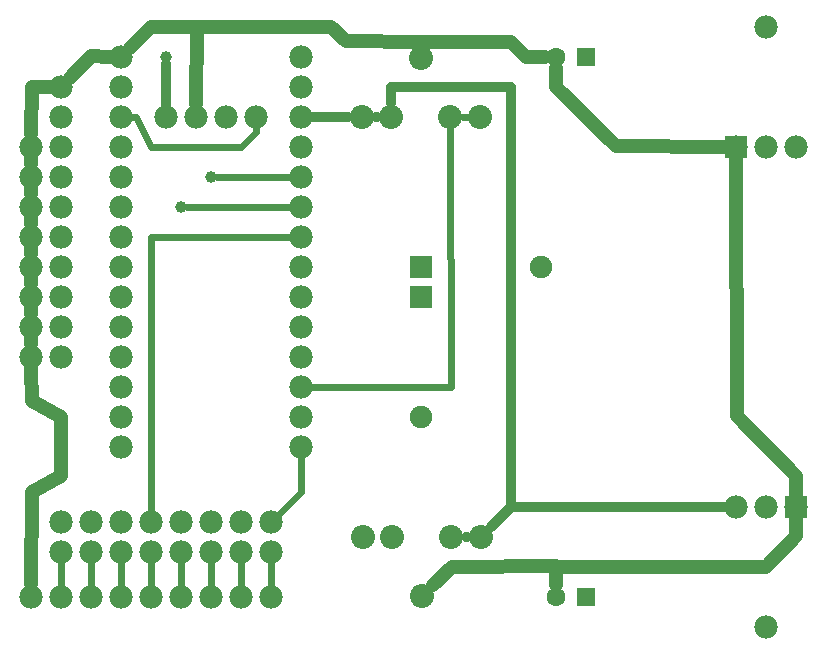
<source format=gbl>
G04 MADE WITH FRITZING*
G04 WWW.FRITZING.ORG*
G04 DOUBLE SIDED*
G04 HOLES PLATED*
G04 CONTOUR ON CENTER OF CONTOUR VECTOR*
%ASAXBY*%
%FSLAX23Y23*%
%MOIN*%
%OFA0B0*%
%SFA1.0B1.0*%
%ADD10C,0.078000*%
%ADD11C,0.080350*%
%ADD12C,0.062992*%
%ADD13C,0.075000*%
%ADD14C,0.039370*%
%ADD15R,0.078000X0.078000*%
%ADD16R,0.062992X0.062992*%
%ADD17R,0.075000X0.075000*%
%ADD18C,0.024000*%
%ADD19C,0.048000*%
%ADD20C,0.032000*%
%ADD21R,0.001000X0.001000*%
%LNCOPPER0*%
G90*
G70*
G54D10*
X1007Y1968D03*
X1007Y1868D03*
X1007Y1768D03*
X1007Y1668D03*
X1007Y1568D03*
X1007Y1468D03*
X1007Y1368D03*
X1007Y1268D03*
X1007Y1168D03*
X1007Y1068D03*
X1007Y968D03*
X1007Y868D03*
X1007Y768D03*
X1007Y668D03*
X407Y1968D03*
X407Y1868D03*
X407Y1768D03*
X407Y1668D03*
X407Y1568D03*
X407Y1468D03*
X407Y1368D03*
X407Y1268D03*
X407Y1168D03*
X407Y1068D03*
X407Y968D03*
X407Y868D03*
X407Y768D03*
X407Y668D03*
X108Y1668D03*
X108Y1568D03*
X108Y1468D03*
X108Y1368D03*
X108Y1268D03*
X108Y1168D03*
X108Y1068D03*
X108Y968D03*
X108Y1668D03*
X108Y1568D03*
X108Y1468D03*
X108Y1368D03*
X108Y1268D03*
X108Y1168D03*
X108Y1068D03*
X108Y968D03*
X208Y968D03*
X208Y1068D03*
X208Y1168D03*
X208Y1268D03*
X208Y1368D03*
X208Y1468D03*
X208Y1568D03*
X208Y1668D03*
X208Y318D03*
X308Y318D03*
X408Y318D03*
X508Y318D03*
X608Y318D03*
X708Y318D03*
X808Y318D03*
X908Y318D03*
X208Y318D03*
X308Y318D03*
X408Y318D03*
X508Y318D03*
X608Y318D03*
X708Y318D03*
X808Y318D03*
X908Y318D03*
X908Y418D03*
X808Y418D03*
X708Y418D03*
X608Y418D03*
X508Y418D03*
X408Y418D03*
X308Y418D03*
X208Y418D03*
X108Y168D03*
X208Y168D03*
X308Y168D03*
X408Y168D03*
X508Y168D03*
X608Y168D03*
X708Y168D03*
X808Y168D03*
X908Y168D03*
G54D11*
X1409Y171D03*
X1213Y368D03*
X1311Y368D03*
X1508Y368D03*
X1606Y368D03*
X1406Y1964D03*
X1603Y1768D03*
X1504Y1768D03*
X1307Y1768D03*
X1209Y1768D03*
G54D10*
X2658Y468D03*
X2558Y468D03*
X2458Y468D03*
X2458Y1668D03*
X2558Y1668D03*
X2658Y1668D03*
G54D12*
X1956Y168D03*
X1858Y168D03*
X1956Y1968D03*
X1858Y1968D03*
G54D13*
X1407Y1168D03*
X1407Y768D03*
X1407Y1268D03*
X1807Y1268D03*
G54D14*
X707Y1568D03*
X607Y1468D03*
G54D10*
X2558Y68D03*
X2558Y2068D03*
X557Y1768D03*
X657Y1768D03*
X757Y1768D03*
X857Y1768D03*
G54D14*
X557Y1968D03*
G54D10*
X208Y1768D03*
X208Y1868D03*
G54D15*
X2658Y468D03*
X2458Y1668D03*
G54D16*
X1956Y168D03*
X1956Y1968D03*
G54D17*
X1407Y1168D03*
X1407Y1268D03*
G54D18*
X726Y1568D02*
X977Y1568D01*
D02*
X626Y1468D02*
X977Y1468D01*
G54D19*
D02*
X108Y1627D02*
X108Y1609D01*
D02*
X108Y1527D02*
X108Y1509D01*
D02*
X108Y1427D02*
X108Y1409D01*
D02*
X108Y1327D02*
X108Y1309D01*
D02*
X108Y1227D02*
X108Y1209D01*
D02*
X108Y1127D02*
X108Y1109D01*
D02*
X108Y1027D02*
X108Y1009D01*
D02*
X208Y569D02*
X109Y517D01*
D02*
X109Y517D02*
X108Y209D01*
D02*
X109Y819D02*
X208Y767D01*
D02*
X208Y767D02*
X208Y569D01*
D02*
X108Y927D02*
X109Y819D01*
G54D18*
D02*
X208Y198D02*
X208Y288D01*
D02*
X308Y198D02*
X308Y288D01*
D02*
X408Y198D02*
X408Y288D01*
D02*
X508Y198D02*
X508Y288D01*
D02*
X608Y198D02*
X608Y288D01*
D02*
X708Y198D02*
X708Y288D01*
D02*
X808Y198D02*
X808Y288D01*
G54D19*
D02*
X1407Y2018D02*
X1407Y2017D01*
D02*
X1157Y2019D02*
X1407Y2018D01*
D02*
X1107Y2068D02*
X1157Y2019D01*
D02*
X507Y2068D02*
X1107Y2068D01*
D02*
X437Y1997D02*
X507Y2068D01*
D02*
X659Y2068D02*
X507Y2068D01*
D02*
X507Y2068D02*
X437Y1997D01*
D02*
X658Y1809D02*
X659Y2068D01*
G54D20*
D02*
X557Y1803D02*
X557Y1943D01*
D02*
X1162Y1768D02*
X1043Y1768D01*
D02*
X1261Y1768D02*
X1256Y1768D01*
D02*
X1708Y467D02*
X1640Y401D01*
D02*
X2422Y468D02*
X1708Y467D01*
G54D19*
D02*
X1959Y268D02*
X1858Y268D01*
D02*
X2558Y268D02*
X1959Y268D01*
D02*
X1858Y268D02*
X1858Y206D01*
D02*
X2657Y369D02*
X2558Y268D01*
D02*
X2658Y427D02*
X2657Y369D01*
G54D20*
D02*
X1559Y368D02*
X1555Y368D01*
G54D18*
D02*
X908Y288D02*
X908Y198D01*
D02*
X1008Y517D02*
X1008Y638D01*
D02*
X929Y439D02*
X1008Y517D01*
D02*
X507Y1368D02*
X508Y448D01*
D02*
X977Y1368D02*
X507Y1368D01*
G54D19*
D02*
X1757Y1968D02*
X1820Y1968D01*
D02*
X1707Y2018D02*
X1757Y1968D01*
D02*
X1407Y2018D02*
X1707Y2018D01*
D02*
X1407Y2017D02*
X1407Y2018D01*
G54D18*
D02*
X1507Y868D02*
X1038Y868D01*
D02*
X1504Y1726D02*
X1507Y868D01*
D02*
X1561Y1768D02*
X1546Y1768D01*
D02*
X857Y1718D02*
X857Y1738D01*
D02*
X807Y1668D02*
X857Y1718D01*
D02*
X507Y1668D02*
X807Y1668D01*
D02*
X457Y1768D02*
X507Y1668D01*
D02*
X438Y1768D02*
X457Y1768D01*
G54D19*
D02*
X2058Y1669D02*
X2417Y1668D01*
D02*
X1857Y1867D02*
X2058Y1669D01*
D02*
X1858Y1930D02*
X1857Y1867D01*
D02*
X2459Y769D02*
X2657Y569D01*
D02*
X2657Y569D02*
X2658Y509D01*
D02*
X2458Y1627D02*
X2459Y769D01*
G54D20*
D02*
X1707Y467D02*
X1640Y401D01*
D02*
X1708Y1868D02*
X1707Y467D01*
D02*
X1307Y1868D02*
X1708Y1868D01*
D02*
X1307Y1815D02*
X1307Y1868D01*
G54D19*
D02*
X1858Y269D02*
X1509Y268D01*
D02*
X1509Y268D02*
X1447Y208D01*
D02*
X1858Y206D02*
X1858Y269D01*
D02*
X109Y1867D02*
X108Y1709D01*
D02*
X167Y1868D02*
X109Y1867D01*
D02*
X307Y1969D02*
X366Y1968D01*
D02*
X237Y1898D02*
X307Y1969D01*
G54D21*
D02*
G04 End of Copper0*
M02*
</source>
